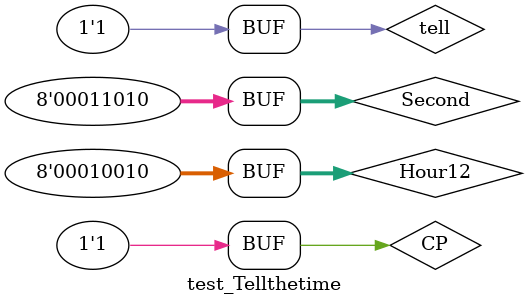
<source format=v>
`timescale 1ns / 1ps


module test_Tellthetime;

	// Inputs
	reg [7:0] Hour12;
	reg tell;
	reg CP;
	reg [7:0] Second;

	// Outputs
	wire Di;
	wire [3:0] oH;
	wire [3:0] oS;

	// Instantiate the Unit Under Test (UUT)
	Tellthetime uut (
		.Hour12(Hour12), 
		.tell(tell), 
		.CP(CP), 
		.Di(Di), 
		.Second(Second), 
		.oH(oH), 
		.oS(oS)
	);

	initial begin
		// Initialize Inputs
		Hour12 = 8'h11;
		tell = 0;
		CP = 0;
		Second = 0;

		// Wait 100 ns for global reset to finish
		#10;
        
		// Add stimulus here
		CP = ~CP;
		#10;
		CP = ~CP;
		#10; 
		CP = ~CP;
		#10;
		tell = 1;
		CP = ~CP;
		#10;
		CP = ~CP;
		#10;
		CP = ~CP;
		Second = Second + 8'h1;
		Hour12 = 8'h12;
		#10; 
		CP = ~CP;
		#10;
		CP = ~CP;
		Second = Second + 8'h1;
		#10;
		CP = ~CP;
		#10;
		CP = ~CP;
		Second = Second + 8'h1;
		#10;
		CP = ~CP;
		#10;
		CP = ~CP;
		Second = Second + 8'h1;
		#10;
		CP = ~CP;
		#10;
		CP = ~CP;
		Second = Second + 8'h1;
		#10;
		CP = ~CP;
		#10;
		CP = ~CP;
		Second = Second + 8'h1;
		#10;
		CP = ~CP;
		#10;
		CP = ~CP;
		Second = Second + 8'h1;
		#10;
		CP = ~CP;
		#10;
		CP = ~CP;
		Second = Second + 8'h1;
		#10;
		CP = ~CP;
		#10;
		CP = ~CP;
		Second = Second + 8'h1;
		#10;
		CP = ~CP;
		#10;
		CP = ~CP;
		Second = 8'h10;
		#10;
		CP = ~CP;
		#10;
		CP = ~CP;
		Second = Second + 8'h1;
		#10;
		CP = ~CP;
		#10;
		CP = ~CP;
		Second = Second + 8'h1;
		#10;
		CP = ~CP;
		#10;
		CP = ~CP;
		Second = Second + 8'h1;
		#10;
		CP = ~CP;
		#10;
		CP = ~CP;
		Second = Second + 8'h1;
		#10;
		CP = ~CP;
		#10;
		CP = ~CP;
		Second = Second + 8'h1;
		#10;
		CP = ~CP;
		#10;
		CP = ~CP;
		Second = Second + 8'h1;
		#10;
		CP = ~CP;
		#10;
		CP = ~CP;
		Second = Second + 8'h1;
		#10;
		CP = ~CP;
		#10;
		CP = ~CP;
		Second = Second + 8'h1;
		#10;
		CP = ~CP;
		#10;
		CP = ~CP;
		Second = Second + 8'h1;
		#10;
		CP = ~CP;
		#10;
		CP = ~CP;
		Second = Second + 8'h1;
		#10;
		CP = ~CP;
		#10;
	end
      
endmodule


</source>
